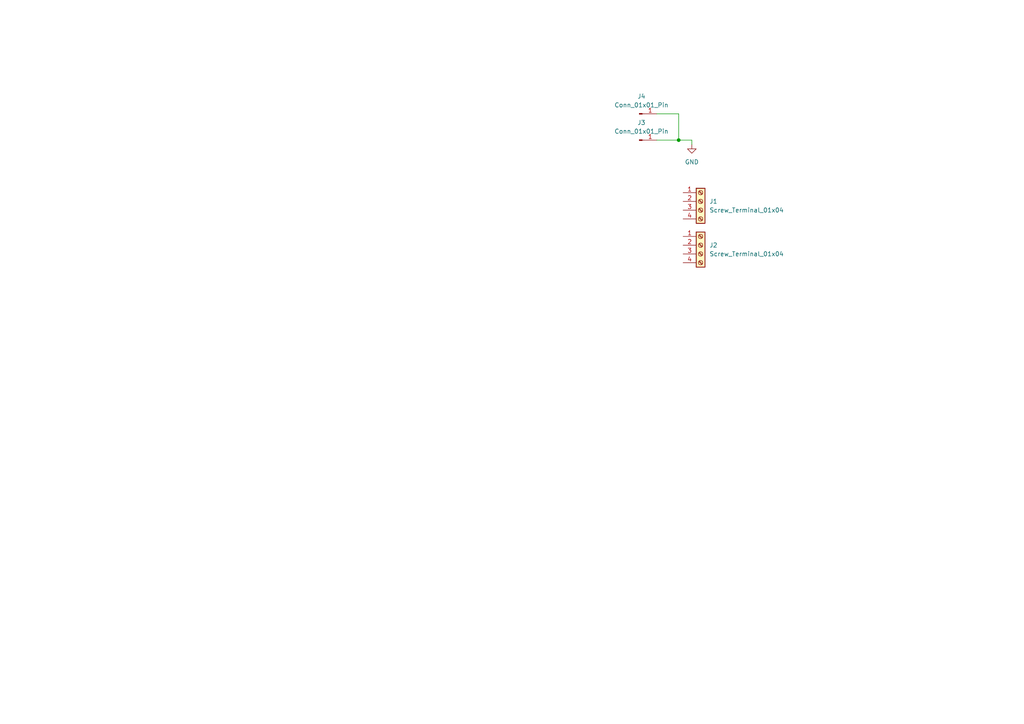
<source format=kicad_sch>
(kicad_sch (version 20230121) (generator eeschema)
  (paper "A4")
  (title_block (title "MCU PROTO 100x68") (company "Galopago"))
  (lib_symbols
    (symbol "Connector:Conn_01x01_Pin" (pin_names (offset 1.016) hide)
      (property "Reference" "J" (at 0 2.54 0))
      (property "Value" "Conn_01x01_Pin" (at 0 -2.54 0))
      (symbol "Conn_01x01_Pin_1_1"
        (polyline (pts (xy 1.27 0) (xy 0.8636 0)) (stroke (width 0.1524)))
        (rectangle (start 0.8636 0.127) (end 0 -0.127) (stroke (width 0.1524)) (fill (type outline)))
        (pin passive line (at 5.08 0 180) (length 3.81) (name "Pin_1") (number "1"))
      )
    )
    (symbol "Connector:Screw_Terminal_01x04" (pin_names (offset 1.016) hide)
      (property "Reference" "J" (at 0 5.08 0))
      (property "Value" "Screw_Terminal_01x04" (at 0 -7.62 0))
      (symbol "Screw_Terminal_01x04_1_1"
        (rectangle (start -1.27 3.81) (end 1.27 -6.35) (stroke (width 0.254)) (fill (type background)))
        (circle (center 0 -5.08) (radius 0.635) (stroke (width 0.1524)))
        (circle (center 0 -2.54) (radius 0.635) (stroke (width 0.1524)))
        (polyline (pts (xy -0.5334 -4.7498) (xy 0.3302 -5.588)) (stroke (width 0.1524)))
        (polyline (pts (xy -0.5334 -2.2098) (xy 0.3302 -3.048)) (stroke (width 0.1524)))
        (polyline (pts (xy -0.5334 0.3302) (xy 0.3302 -0.508)) (stroke (width 0.1524)))
        (polyline (pts (xy -0.5334 2.8702) (xy 0.3302 2.032)) (stroke (width 0.1524)))
        (polyline (pts (xy -0.3556 -4.572) (xy 0.508 -5.4102)) (stroke (width 0.1524)))
        (polyline (pts (xy -0.3556 -2.032) (xy 0.508 -2.8702)) (stroke (width 0.1524)))
        (polyline (pts (xy -0.3556 0.508) (xy 0.508 -0.3302)) (stroke (width 0.1524)))
        (polyline (pts (xy -0.3556 3.048) (xy 0.508 2.2098)) (stroke (width 0.1524)))
        (circle (center 0 0) (radius 0.635) (stroke (width 0.1524)))
        (circle (center 0 2.54) (radius 0.635) (stroke (width 0.1524)))
        (pin passive line (at -5.08 2.54 0) (length 3.81) (name "Pin_1") (number "1"))
        (pin passive line (at -5.08 0 0) (length 3.81) (name "Pin_2") (number "2"))
        (pin passive line (at -5.08 -2.54 0) (length 3.81) (name "Pin_3") (number "3"))
        (pin passive line (at -5.08 -5.08 0) (length 3.81) (name "Pin_4") (number "4"))
      )
    )
    (symbol "power:GND" (power) (pin_names (offset 0))
      (property "Value" "GND" (at 0 -3.81 0))
      (symbol "GND_0_1"
        (polyline (pts (xy 0 0) (xy 0 -1.27) (xy 1.27 -1.27) (xy 0 -2.54) (xy -1.27 -1.27) (xy 0 -1.27)))
      )
      (symbol "GND_1_1"
        (pin power_in line (at 0 0 270) (length 0) hide (name "GND") (number "1"))
      )
    )
  )
  (junction (at 196.85 40.64))
  (wire (pts (xy 190.5 40.64) (xy 196.85 40.64)))
  (wire (pts (xy 200.66 40.64) (xy 200.66 41.91)))
  (wire (pts (xy 196.85 40.64) (xy 200.66 40.64)))
  (wire (pts (xy 190.5 33.02) (xy 196.85 33.02)))
  (wire (pts (xy 196.85 33.02) (xy 196.85 40.64)))
  (symbol (lib_id "Connector:Conn_01x01_Pin") (at 185.42 33.02 0) (unit 1)
    (property "Reference" "J4" (at 186.055 27.94 0))
    (property "Value" "Conn_01x01_Pin" (at 186.055 30.48 0))
    (property "Footprint" "proto-pcb-pads:RoundPad_1.7mm_Hole_1.0mm" (effects hide))
  )
  (symbol (lib_id "Connector:Screw_Terminal_01x04") (at 203.2 71.12 0) (unit 1)
    (property "Reference" "J2" (at 205.74 71.12 0) (effects (justify left)))
    (property "Value" "Screw_Terminal_01x04" (at 205.74 73.66 0) (effects (justify left)))
    (property "Footprint" "TerminalBlock_4Ucon:TerminalBlock_4Ucon_1x04_P3.50mm_Horizontal" (effects hide))
  )
  (symbol (lib_id "power:GND") (at 200.66 41.91 0) (unit 1)
    (property "Reference" "#PWR01" (effects hide))
    (property "Value" "GND" (at 200.66 46.99 0))
  )
  (symbol (lib_id "Connector:Conn_01x01_Pin") (at 185.42 40.64 0) (unit 1)
    (property "Reference" "J3" (at 186.055 35.56 0))
    (property "Value" "Conn_01x01_Pin" (at 186.055 38.1 0))
    (property "Footprint" "proto-pcb-pads:RoundPad_1.7mm_Hole_1.0mm" (effects hide))
  )
  (symbol (lib_id "Connector:Screw_Terminal_01x04") (at 203.2 58.42 0) (unit 1)
    (property "Reference" "J1" (at 205.74 58.42 0) (effects (justify left)))
    (property "Value" "Screw_Terminal_01x04" (at 205.74 60.96 0) (effects (justify left)))
    (property "Footprint" "TerminalBlock_4Ucon:TerminalBlock_4Ucon_1x04_P3.50mm_Horizontal" (effects hide))
  )
)
</source>
